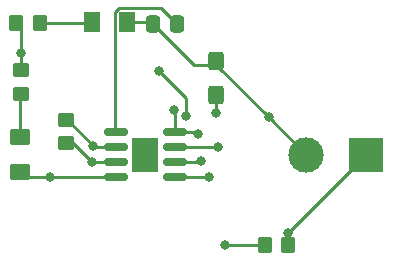
<source format=gbr>
%TF.GenerationSoftware,KiCad,Pcbnew,7.0.1-0*%
%TF.CreationDate,2023-04-21T23:39:25-07:00*%
%TF.ProjectId,Lab 2,4c616220-322e-46b6-9963-61645f706362,rev?*%
%TF.SameCoordinates,Original*%
%TF.FileFunction,Copper,L1,Top*%
%TF.FilePolarity,Positive*%
%FSLAX46Y46*%
G04 Gerber Fmt 4.6, Leading zero omitted, Abs format (unit mm)*
G04 Created by KiCad (PCBNEW 7.0.1-0) date 2023-04-21 23:39:25*
%MOMM*%
%LPD*%
G01*
G04 APERTURE LIST*
G04 Aperture macros list*
%AMRoundRect*
0 Rectangle with rounded corners*
0 $1 Rounding radius*
0 $2 $3 $4 $5 $6 $7 $8 $9 X,Y pos of 4 corners*
0 Add a 4 corners polygon primitive as box body*
4,1,4,$2,$3,$4,$5,$6,$7,$8,$9,$2,$3,0*
0 Add four circle primitives for the rounded corners*
1,1,$1+$1,$2,$3*
1,1,$1+$1,$4,$5*
1,1,$1+$1,$6,$7*
1,1,$1+$1,$8,$9*
0 Add four rect primitives between the rounded corners*
20,1,$1+$1,$2,$3,$4,$5,0*
20,1,$1+$1,$4,$5,$6,$7,0*
20,1,$1+$1,$6,$7,$8,$9,0*
20,1,$1+$1,$8,$9,$2,$3,0*%
G04 Aperture macros list end*
%TA.AperFunction,SMDPad,CuDef*%
%ADD10RoundRect,0.250000X0.337500X0.475000X-0.337500X0.475000X-0.337500X-0.475000X0.337500X-0.475000X0*%
%TD*%
%TA.AperFunction,SMDPad,CuDef*%
%ADD11RoundRect,0.250000X0.350000X0.450000X-0.350000X0.450000X-0.350000X-0.450000X0.350000X-0.450000X0*%
%TD*%
%TA.AperFunction,ComponentPad*%
%ADD12C,3.000000*%
%TD*%
%TA.AperFunction,ComponentPad*%
%ADD13R,3.000000X3.000000*%
%TD*%
%TA.AperFunction,SMDPad,CuDef*%
%ADD14RoundRect,0.250000X0.450000X-0.350000X0.450000X0.350000X-0.450000X0.350000X-0.450000X-0.350000X0*%
%TD*%
%TA.AperFunction,SMDPad,CuDef*%
%ADD15RoundRect,0.250001X0.462499X0.624999X-0.462499X0.624999X-0.462499X-0.624999X0.462499X-0.624999X0*%
%TD*%
%TA.AperFunction,SMDPad,CuDef*%
%ADD16RoundRect,0.250001X-0.624999X0.462499X-0.624999X-0.462499X0.624999X-0.462499X0.624999X0.462499X0*%
%TD*%
%TA.AperFunction,SMDPad,CuDef*%
%ADD17RoundRect,0.250000X-0.350000X-0.450000X0.350000X-0.450000X0.350000X0.450000X-0.350000X0.450000X0*%
%TD*%
%TA.AperFunction,SMDPad,CuDef*%
%ADD18RoundRect,0.250000X0.425000X-0.537500X0.425000X0.537500X-0.425000X0.537500X-0.425000X-0.537500X0*%
%TD*%
%TA.AperFunction,SMDPad,CuDef*%
%ADD19RoundRect,0.150000X0.825000X0.150000X-0.825000X0.150000X-0.825000X-0.150000X0.825000X-0.150000X0*%
%TD*%
%TA.AperFunction,SMDPad,CuDef*%
%ADD20R,2.290000X3.000000*%
%TD*%
%TA.AperFunction,ViaPad*%
%ADD21C,0.800000*%
%TD*%
%TA.AperFunction,Conductor*%
%ADD22C,0.250000*%
%TD*%
G04 APERTURE END LIST*
D10*
%TO.P,C2,1*%
%TO.N,N/C*%
X141491240Y-85460000D03*
%TO.P,C2,2*%
X139416240Y-85460000D03*
%TD*%
D11*
%TO.P,R1,1*%
%TO.N,N/C*%
X150860000Y-104140000D03*
%TO.P,R1,2*%
X148860000Y-104140000D03*
%TD*%
D12*
%TO.P,J1,2,Pin_2*%
%TO.N,N/C*%
X152400000Y-96520000D03*
D13*
%TO.P,J1,1,Pin_1*%
X157480000Y-96520000D03*
%TD*%
D14*
%TO.P,R2,1*%
%TO.N,N/C*%
X132071192Y-95581192D03*
%TO.P,R2,2*%
X132071192Y-93581192D03*
%TD*%
D15*
%TO.P,D2,1,K*%
%TO.N,N/C*%
X137212500Y-85280000D03*
%TO.P,D2,2,A*%
X134237500Y-85280000D03*
%TD*%
D16*
%TO.P,D1,1,K*%
%TO.N,N/C*%
X128155000Y-95032500D03*
%TO.P,D1,2,A*%
X128155000Y-98007500D03*
%TD*%
D14*
%TO.P,R3,1*%
%TO.N,N/C*%
X128250000Y-91354128D03*
%TO.P,R3,2*%
X128250000Y-89354128D03*
%TD*%
D17*
%TO.P,R4,1*%
%TO.N,N/C*%
X127858808Y-85365000D03*
%TO.P,R4,2*%
X129858808Y-85365000D03*
%TD*%
D18*
%TO.P,C1,1*%
%TO.N,N/C*%
X144780000Y-91440000D03*
%TO.P,C1,2*%
X144780000Y-88565000D03*
%TD*%
D19*
%TO.P,U1,1,GND*%
%TO.N,N/C*%
X141257500Y-98425000D03*
%TO.P,U1,2,TR*%
X141257500Y-97155000D03*
%TO.P,U1,3,Q*%
X141257500Y-95885000D03*
%TO.P,U1,4,R*%
X141257500Y-94615000D03*
%TO.P,U1,5,CV*%
X136307500Y-94615000D03*
%TO.P,U1,6,THR*%
X136307500Y-95885000D03*
%TO.P,U1,7,DIS*%
X136307500Y-97155000D03*
%TO.P,U1,8,VCC*%
X136307500Y-98425000D03*
D20*
%TO.P,U1,9*%
X138782500Y-96520000D03*
%TD*%
D21*
%TO.N,*%
X143510000Y-97028000D03*
X144780000Y-92964000D03*
X134366000Y-95758000D03*
X145542000Y-104140000D03*
X128250000Y-87904000D03*
X143256000Y-94742000D03*
X142240000Y-93218000D03*
X139954000Y-89408000D03*
X134239000Y-97155000D03*
X144907000Y-95885000D03*
X141224000Y-92710000D03*
X130683000Y-98425000D03*
X150876000Y-103124000D03*
X149225000Y-93345000D03*
X144145000Y-98425000D03*
%TD*%
D22*
%TO.N,*%
X152400000Y-96520000D02*
X149225000Y-93345000D01*
X139954000Y-89408000D02*
X142240000Y-91694000D01*
X149225000Y-93345000D02*
X144780000Y-88900000D01*
X142856240Y-88900000D02*
X139416240Y-85460000D01*
X132071192Y-93581192D02*
X132189192Y-93581192D01*
X144780000Y-88900000D02*
X142856240Y-88900000D01*
X144780000Y-91440000D02*
X144780000Y-92964000D01*
X139236240Y-85280000D02*
X139416240Y-85460000D01*
X134493000Y-95885000D02*
X136307500Y-95885000D01*
X137212500Y-85280000D02*
X139236240Y-85280000D01*
X134366000Y-95758000D02*
X134493000Y-95885000D01*
X142240000Y-91694000D02*
X142240000Y-93218000D01*
X141491240Y-85460000D02*
X140111240Y-84080000D01*
X136175000Y-94482500D02*
X136307500Y-94615000D01*
X136175000Y-84416828D02*
X136175000Y-94482500D01*
X140111240Y-84080000D02*
X136511828Y-84080000D01*
X136511828Y-84080000D02*
X136175000Y-84416828D01*
X143383000Y-97155000D02*
X143510000Y-97028000D01*
X141257500Y-98425000D02*
X144145000Y-98425000D01*
X134152500Y-85365000D02*
X129858808Y-85365000D01*
X128250000Y-87904000D02*
X128250000Y-89354128D01*
X134237500Y-85280000D02*
X134152500Y-85365000D01*
X128250000Y-85756192D02*
X128250000Y-87904000D01*
X127858808Y-85365000D02*
X128250000Y-85756192D01*
X141257500Y-95885000D02*
X144907000Y-95885000D01*
X148860000Y-104140000D02*
X145542000Y-104140000D01*
X134239000Y-97155000D02*
X136307500Y-97155000D01*
X132665192Y-95581192D02*
X134239000Y-97155000D01*
X132071192Y-95581192D02*
X132665192Y-95581192D01*
X128250000Y-91354128D02*
X128155000Y-91449128D01*
X128155000Y-91449128D02*
X128155000Y-95032500D01*
X150860000Y-103140000D02*
X150860000Y-104140000D01*
X157480000Y-96520000D02*
X150876000Y-103124000D01*
X150876000Y-103124000D02*
X150860000Y-103140000D01*
X141257500Y-94615000D02*
X143129000Y-94615000D01*
X130683000Y-98425000D02*
X136307500Y-98425000D01*
X141257500Y-94615000D02*
X141257500Y-92743500D01*
X128155000Y-98007500D02*
X128572500Y-98425000D01*
X143256000Y-94742000D02*
X143129000Y-94615000D01*
X141257500Y-92743500D02*
X141224000Y-92710000D01*
X128572500Y-98425000D02*
X130683000Y-98425000D01*
X141257500Y-97155000D02*
X143383000Y-97155000D01*
X132189192Y-93581192D02*
X134366000Y-95758000D01*
%TD*%
M02*

</source>
